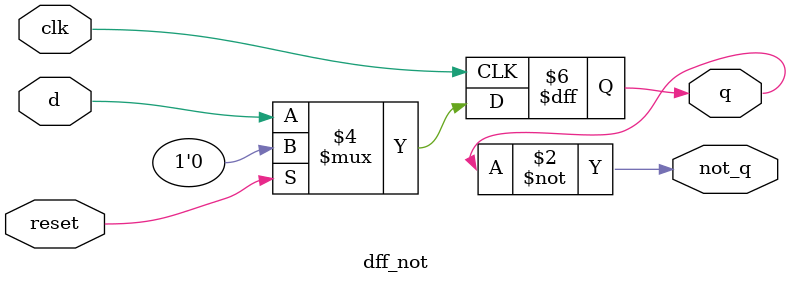
<source format=v>
module dff_not (
    input clk,
    input reset,
    input d,
    output reg q,
    output wire not_q
);

    always @(posedge clk) begin
        if (reset)
            q <= 1'b0;
        else
            q <= d;
    end

    assign not_q = ~q;
endmodule
</source>
